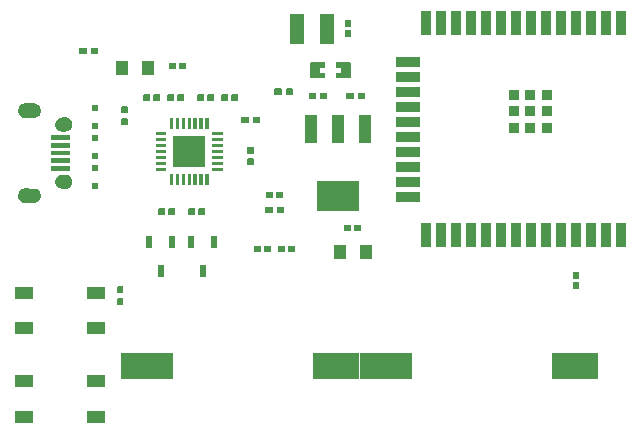
<source format=gtp>
G04 Layer: TopPasteMaskLayer*
G04 EasyEDA v6.5.22, 2023-04-13 23:23:34*
G04 8da0a1a92f474effb9e69289645bcd93,716f0268f4a04d1f8e2d1e8369cd39e0,10*
G04 Gerber Generator version 0.2*
G04 Scale: 100 percent, Rotated: No, Reflected: No *
G04 Dimensions in inches *
G04 leading zeros omitted , absolute positions ,3 integer and 6 decimal *
%FSLAX36Y36*%
%MOIN*%

%AMMACRO1*21,1,$1,$2,0,0,$3*%
%ADD10O,0.074803X0.047244*%
%ADD11R,0.0236X0.0236*%
%ADD12R,0.0394X0.0492*%
%ADD13R,0.0236X0.0421*%
%ADD14R,0.0591X0.0394*%
%ADD15R,0.0472X0.1024*%
%ADD16R,0.0386X0.0972*%
%ADD17MACRO1,0.1417X0.0972X0.0000*%
%ADD18R,0.0374X0.0827*%
%ADD19R,0.0827X0.0374*%
%ADD20R,0.0354X0.0354*%
%ADD21R,0.1575X0.0906*%
%ADD22R,0.1732X0.0906*%
%ADD23R,0.0117X0.0906*%

%LPD*%
G36*
X2895940Y618180D02*
G01*
X2894360Y616600D01*
X2894360Y596880D01*
X2895940Y595320D01*
X2914060Y595320D01*
X2915640Y596880D01*
X2915640Y616600D01*
X2914060Y618180D01*
G37*
G36*
X2895940Y584680D02*
G01*
X2894360Y583120D01*
X2894360Y563400D01*
X2895940Y561820D01*
X2914060Y561820D01*
X2915640Y563400D01*
X2915640Y583120D01*
X2914060Y584680D01*
G37*
G36*
X1195120Y943340D02*
G01*
X1186860Y942560D01*
X1184480Y941760D01*
X1182280Y940600D01*
X1180280Y939100D01*
X1179360Y938220D01*
X1175040Y934680D01*
X1171900Y929560D01*
X1169140Y918940D01*
X1171900Y909100D01*
X1177000Y901220D01*
X1179240Y899720D01*
X1181660Y898540D01*
X1182920Y898080D01*
X1192760Y895699D01*
X1202600Y895699D01*
X1207720Y896500D01*
X1214440Y899940D01*
X1216720Y901540D01*
X1218780Y903420D01*
X1220560Y905540D01*
X1222080Y907880D01*
X1222720Y909120D01*
X1223740Y911720D01*
X1224140Y913060D01*
X1224640Y915780D01*
X1224600Y923060D01*
X1224260Y925759D01*
X1223580Y928379D01*
X1222580Y930920D01*
X1221280Y933300D01*
X1219680Y935500D01*
X1217820Y937480D01*
X1215720Y939220D01*
X1213420Y940660D01*
X1210960Y941820D01*
X1208380Y942660D01*
X1205700Y943180D01*
X1203000Y943340D01*
G37*
G36*
X1195120Y1134280D02*
G01*
X1186840Y1133500D01*
X1184480Y1132700D01*
X1183360Y1132160D01*
X1181240Y1130820D01*
X1179360Y1129160D01*
X1175040Y1125620D01*
X1171880Y1120500D01*
X1169140Y1109880D01*
X1171880Y1100040D01*
X1177000Y1092160D01*
X1179240Y1090660D01*
X1181660Y1089480D01*
X1182920Y1089000D01*
X1192760Y1086640D01*
X1202600Y1086640D01*
X1207720Y1087440D01*
X1213220Y1090180D01*
X1215600Y1091640D01*
X1217780Y1093380D01*
X1219700Y1095400D01*
X1221360Y1097640D01*
X1222080Y1098820D01*
X1223260Y1101340D01*
X1223740Y1102640D01*
X1224420Y1105340D01*
X1224640Y1106720D01*
X1224600Y1113980D01*
X1224480Y1115340D01*
X1223960Y1118020D01*
X1223120Y1120600D01*
X1221960Y1123060D01*
X1221280Y1124240D01*
X1219680Y1126440D01*
X1217820Y1128420D01*
X1215720Y1130140D01*
X1214600Y1130920D01*
X1212220Y1132220D01*
X1209680Y1133220D01*
X1207040Y1133900D01*
X1204360Y1134240D01*
G37*
G36*
X1065600Y896900D02*
G01*
X1062980Y896720D01*
X1060400Y896200D01*
X1057900Y895360D01*
X1055560Y894200D01*
X1053360Y892740D01*
X1051400Y891000D01*
X1049660Y889040D01*
X1048199Y886860D01*
X1047039Y884500D01*
X1046200Y882000D01*
X1045680Y879440D01*
X1045520Y876820D01*
X1045560Y868439D01*
X1045879Y865879D01*
X1046520Y863400D01*
X1046940Y862180D01*
X1048040Y859860D01*
X1049420Y857700D01*
X1051060Y855699D01*
X1052940Y853960D01*
X1055020Y852440D01*
X1057260Y851200D01*
X1058440Y850680D01*
X1060900Y849900D01*
X1063420Y849419D01*
X1065980Y849260D01*
X1066180Y849599D01*
X1099060Y849640D01*
X1101720Y849820D01*
X1103040Y850020D01*
X1105620Y850680D01*
X1108100Y851660D01*
X1110440Y852960D01*
X1111560Y853700D01*
X1113600Y855400D01*
X1115440Y857360D01*
X1116260Y858400D01*
X1117680Y860660D01*
X1118820Y863080D01*
X1119280Y864340D01*
X1119940Y866919D01*
X1120280Y869580D01*
X1120320Y875639D01*
X1120140Y878300D01*
X1119940Y879620D01*
X1119280Y882200D01*
X1118300Y884680D01*
X1117000Y887020D01*
X1115440Y889180D01*
X1113600Y891120D01*
X1112600Y892020D01*
X1110440Y893580D01*
X1108100Y894860D01*
X1106880Y895400D01*
X1104340Y896220D01*
X1103040Y896520D01*
X1100380Y896840D01*
G37*
G36*
X1065600Y1180340D02*
G01*
X1062960Y1180180D01*
X1060400Y1179660D01*
X1057900Y1178820D01*
X1055560Y1177660D01*
X1053360Y1176200D01*
X1051400Y1174460D01*
X1049660Y1172500D01*
X1048199Y1170300D01*
X1047039Y1167960D01*
X1046200Y1165460D01*
X1045680Y1162880D01*
X1045520Y1160260D01*
X1045560Y1151900D01*
X1045879Y1149340D01*
X1046520Y1146860D01*
X1046940Y1145640D01*
X1048040Y1143320D01*
X1049420Y1141140D01*
X1051060Y1139160D01*
X1052940Y1137400D01*
X1055020Y1135900D01*
X1057260Y1134660D01*
X1058440Y1134140D01*
X1060900Y1133360D01*
X1063420Y1132880D01*
X1065980Y1132720D01*
X1066180Y1133060D01*
X1099060Y1133100D01*
X1101720Y1133280D01*
X1103040Y1133480D01*
X1105620Y1134140D01*
X1108100Y1135120D01*
X1110440Y1136420D01*
X1112600Y1137980D01*
X1114560Y1139820D01*
X1116260Y1141860D01*
X1117680Y1144120D01*
X1118820Y1146540D01*
X1119280Y1147800D01*
X1119940Y1150380D01*
X1120280Y1153020D01*
X1120320Y1159080D01*
X1120140Y1161760D01*
X1119940Y1163080D01*
X1119280Y1165660D01*
X1118300Y1168140D01*
X1117000Y1170480D01*
X1115440Y1172640D01*
X1113600Y1174580D01*
X1111560Y1176280D01*
X1109300Y1177720D01*
X1106880Y1178860D01*
X1104340Y1179680D01*
X1103040Y1179980D01*
X1100380Y1180300D01*
G37*
G36*
X1156060Y971700D02*
G01*
X1156060Y955939D01*
X1219040Y955939D01*
X1219040Y971700D01*
G37*
G36*
X1155740Y997280D02*
G01*
X1155740Y981540D01*
X1218740Y981540D01*
X1218740Y997280D01*
G37*
G36*
X1155740Y1022860D02*
G01*
X1155740Y1007120D01*
X1218740Y1007120D01*
X1218740Y1022860D01*
G37*
G36*
X1155740Y1048460D02*
G01*
X1155740Y1032720D01*
X1218740Y1032720D01*
X1218740Y1048460D01*
G37*
G36*
X1155740Y1074060D02*
G01*
X1155740Y1058300D01*
X1218740Y1058300D01*
X1218740Y1074060D01*
G37*
G36*
X1376140Y570700D02*
G01*
X1374180Y568740D01*
X1374180Y549840D01*
X1376140Y547080D01*
X1393860Y547080D01*
X1395820Y549840D01*
X1395820Y568740D01*
X1393860Y570700D01*
G37*
G36*
X1376140Y532920D02*
G01*
X1374180Y530160D01*
X1374180Y511260D01*
X1376140Y509300D01*
X1393860Y509300D01*
X1395820Y511260D01*
X1395820Y530160D01*
X1393860Y532920D01*
G37*
G36*
X1871260Y835819D02*
G01*
X1869300Y833860D01*
X1869300Y816140D01*
X1871260Y814180D01*
X1890160Y814180D01*
X1892920Y816140D01*
X1892920Y833860D01*
X1890160Y835819D01*
G37*
G36*
X1909840Y835819D02*
G01*
X1907080Y833860D01*
X1907080Y816140D01*
X1909840Y814180D01*
X1928740Y814180D01*
X1930700Y816140D01*
X1930700Y833860D01*
X1928740Y835819D01*
G37*
G36*
X1811140Y997920D02*
G01*
X1809180Y995160D01*
X1809180Y976260D01*
X1811140Y974300D01*
X1828860Y974300D01*
X1830820Y976260D01*
X1830820Y995160D01*
X1828860Y997920D01*
G37*
G36*
X1811140Y1035699D02*
G01*
X1809180Y1033740D01*
X1809180Y1014840D01*
X1811140Y1012080D01*
X1828860Y1012080D01*
X1830820Y1014840D01*
X1830820Y1033740D01*
X1828860Y1035699D01*
G37*
G36*
X1829840Y1135820D02*
G01*
X1827080Y1133860D01*
X1827080Y1116140D01*
X1829840Y1114180D01*
X1848740Y1114180D01*
X1850700Y1116140D01*
X1850700Y1133860D01*
X1848740Y1135820D01*
G37*
G36*
X1791260Y1135820D02*
G01*
X1789300Y1133860D01*
X1789300Y1116140D01*
X1791260Y1114180D01*
X1810160Y1114180D01*
X1812920Y1116140D01*
X1812920Y1133860D01*
X1810160Y1135820D01*
G37*
G36*
X2141260Y1215820D02*
G01*
X2139300Y1213860D01*
X2139300Y1196140D01*
X2141260Y1194180D01*
X2160160Y1194180D01*
X2162920Y1196140D01*
X2162920Y1213860D01*
X2160160Y1215820D01*
G37*
G36*
X2179840Y1215820D02*
G01*
X2177080Y1213860D01*
X2177080Y1196140D01*
X2179840Y1194180D01*
X2198740Y1194180D01*
X2200700Y1196140D01*
X2200700Y1213860D01*
X2198740Y1215820D01*
G37*
G36*
X1901260Y1230820D02*
G01*
X1899300Y1228860D01*
X1899300Y1211140D01*
X1901260Y1209180D01*
X1920160Y1209180D01*
X1922920Y1211140D01*
X1922920Y1228860D01*
X1920160Y1230820D01*
G37*
G36*
X1939840Y1230820D02*
G01*
X1937080Y1228860D01*
X1937080Y1211140D01*
X1939840Y1209180D01*
X1958740Y1209180D01*
X1960700Y1211140D01*
X1960700Y1228860D01*
X1958740Y1230820D01*
G37*
G36*
X2054840Y1215820D02*
G01*
X2052080Y1213860D01*
X2052080Y1196140D01*
X2054840Y1194180D01*
X2073740Y1194180D01*
X2075700Y1196140D01*
X2075700Y1213860D01*
X2073740Y1215820D01*
G37*
G36*
X2016260Y1215820D02*
G01*
X2014300Y1213860D01*
X2014300Y1196140D01*
X2016260Y1194180D01*
X2035160Y1194180D01*
X2037920Y1196140D01*
X2037920Y1213860D01*
X2035160Y1215820D01*
G37*
G36*
X1251260Y1365820D02*
G01*
X1249300Y1363860D01*
X1249300Y1346140D01*
X1251260Y1344180D01*
X1270160Y1344180D01*
X1272920Y1346140D01*
X1272920Y1363860D01*
X1270160Y1365820D01*
G37*
G36*
X1289840Y1365820D02*
G01*
X1287080Y1363860D01*
X1287080Y1346140D01*
X1289840Y1344180D01*
X1308740Y1344180D01*
X1310700Y1346140D01*
X1310700Y1363860D01*
X1308740Y1365820D01*
G37*
G36*
X2021020Y1317960D02*
G01*
X2019060Y1315980D01*
X2019060Y1265600D01*
X2021020Y1263620D01*
X2066300Y1263620D01*
X2068260Y1265600D01*
X2068080Y1282120D01*
X2050740Y1282120D01*
X2050740Y1299840D01*
X2068460Y1299840D01*
X2068260Y1315980D01*
X2066300Y1317960D01*
G37*
G36*
X2105660Y1317960D02*
G01*
X2103700Y1315980D01*
X2103900Y1299840D01*
X2121220Y1299840D01*
X2121220Y1282120D01*
X2103700Y1282120D01*
X2103700Y1265600D01*
X2105660Y1263620D01*
X2150940Y1263620D01*
X2152920Y1265600D01*
X2152920Y1315980D01*
X2150940Y1317960D01*
G37*
G36*
X2135940Y1424680D02*
G01*
X2134360Y1423120D01*
X2134360Y1403400D01*
X2135940Y1401819D01*
X2154060Y1401819D01*
X2155640Y1403400D01*
X2155640Y1423120D01*
X2154060Y1424680D01*
G37*
G36*
X2135940Y1458180D02*
G01*
X2134360Y1456600D01*
X2134360Y1436879D01*
X2135940Y1435320D01*
X2154060Y1435320D01*
X2155640Y1436879D01*
X2155640Y1456600D01*
X2154060Y1458180D01*
G37*
G36*
X1873400Y885639D02*
G01*
X1871819Y884060D01*
X1871819Y865939D01*
X1873400Y864360D01*
X1893100Y864360D01*
X1894680Y865939D01*
X1894680Y884060D01*
X1893100Y885639D01*
G37*
G36*
X1906900Y885639D02*
G01*
X1905320Y884060D01*
X1905320Y865939D01*
X1906900Y864360D01*
X1926600Y864360D01*
X1928180Y865939D01*
X1928180Y884060D01*
X1926600Y885639D01*
G37*
G36*
X1581900Y1315640D02*
G01*
X1580320Y1314060D01*
X1580320Y1295940D01*
X1581900Y1294360D01*
X1601600Y1294360D01*
X1603180Y1295940D01*
X1603180Y1314060D01*
X1601600Y1315640D01*
G37*
G36*
X1548400Y1315640D02*
G01*
X1546819Y1314060D01*
X1546819Y1295940D01*
X1548400Y1294360D01*
X1568100Y1294360D01*
X1569680Y1295940D01*
X1569680Y1314060D01*
X1568100Y1315640D01*
G37*
G36*
X2166900Y775639D02*
G01*
X2165320Y774060D01*
X2165320Y755939D01*
X2166900Y754360D01*
X2186600Y754360D01*
X2188180Y755939D01*
X2188180Y774060D01*
X2186600Y775639D01*
G37*
G36*
X2133400Y775639D02*
G01*
X2131820Y774060D01*
X2131820Y755939D01*
X2133400Y754360D01*
X2153100Y754360D01*
X2154680Y755939D01*
X2154680Y774060D01*
X2153100Y775639D01*
G37*
G36*
X1543400Y1210640D02*
G01*
X1541819Y1209060D01*
X1541819Y1190940D01*
X1543400Y1189360D01*
X1563100Y1189360D01*
X1564680Y1190940D01*
X1564680Y1209060D01*
X1563100Y1210640D01*
G37*
G36*
X1576900Y1210640D02*
G01*
X1575320Y1209060D01*
X1575320Y1190940D01*
X1576900Y1189360D01*
X1596600Y1189360D01*
X1598180Y1190940D01*
X1598180Y1209060D01*
X1596600Y1210640D01*
G37*
G36*
X1643400Y1210640D02*
G01*
X1641819Y1209060D01*
X1641819Y1190940D01*
X1643400Y1189360D01*
X1663100Y1189360D01*
X1664680Y1190940D01*
X1664680Y1209060D01*
X1663100Y1210640D01*
G37*
G36*
X1676900Y1210640D02*
G01*
X1675320Y1209060D01*
X1675320Y1190940D01*
X1676900Y1189360D01*
X1696600Y1189360D01*
X1698180Y1190940D01*
X1698180Y1209060D01*
X1696600Y1210640D01*
G37*
G36*
X1463400Y1210640D02*
G01*
X1461819Y1209060D01*
X1461819Y1190940D01*
X1463400Y1189360D01*
X1483100Y1189360D01*
X1484680Y1190940D01*
X1484680Y1209060D01*
X1483100Y1210640D01*
G37*
G36*
X1496900Y1210640D02*
G01*
X1495320Y1209060D01*
X1495320Y1190940D01*
X1496900Y1189360D01*
X1516600Y1189360D01*
X1518180Y1190940D01*
X1518180Y1209060D01*
X1516600Y1210640D01*
G37*
G36*
X1723400Y1210640D02*
G01*
X1721819Y1209060D01*
X1721819Y1190940D01*
X1723400Y1189360D01*
X1743100Y1189360D01*
X1744680Y1190940D01*
X1744680Y1209060D01*
X1743100Y1210640D01*
G37*
G36*
X1756900Y1210640D02*
G01*
X1755320Y1209060D01*
X1755320Y1190940D01*
X1756900Y1189360D01*
X1776600Y1189360D01*
X1778180Y1190940D01*
X1778180Y1209060D01*
X1776600Y1210640D01*
G37*
G36*
X1833400Y705639D02*
G01*
X1831819Y704060D01*
X1831819Y685939D01*
X1833400Y684360D01*
X1853100Y684360D01*
X1854680Y685939D01*
X1854680Y704060D01*
X1853100Y705639D01*
G37*
G36*
X1866900Y705639D02*
G01*
X1865320Y704060D01*
X1865320Y685939D01*
X1866900Y684360D01*
X1886600Y684360D01*
X1888180Y685939D01*
X1888180Y704060D01*
X1886600Y705639D01*
G37*
G36*
X1913400Y705639D02*
G01*
X1911819Y704060D01*
X1911819Y685939D01*
X1913400Y684360D01*
X1933100Y684360D01*
X1934680Y685939D01*
X1934680Y704060D01*
X1933100Y705639D01*
G37*
G36*
X1946900Y705639D02*
G01*
X1945320Y704060D01*
X1945320Y685939D01*
X1946900Y684360D01*
X1966600Y684360D01*
X1968180Y685939D01*
X1968180Y704060D01*
X1966600Y705639D01*
G37*
G36*
X1613400Y830639D02*
G01*
X1611819Y829060D01*
X1611819Y810939D01*
X1613400Y809360D01*
X1633100Y809360D01*
X1634680Y810939D01*
X1634680Y829060D01*
X1633100Y830639D01*
G37*
G36*
X1646900Y830639D02*
G01*
X1645320Y829060D01*
X1645320Y810939D01*
X1646900Y809360D01*
X1666600Y809360D01*
X1668180Y810939D01*
X1668180Y829060D01*
X1666600Y830639D01*
G37*
G36*
X1513400Y830639D02*
G01*
X1511819Y829060D01*
X1511819Y810939D01*
X1513400Y809360D01*
X1533100Y809360D01*
X1534680Y810939D01*
X1534680Y829060D01*
X1533100Y830639D01*
G37*
G36*
X1546900Y830639D02*
G01*
X1545320Y829060D01*
X1545320Y810939D01*
X1546900Y809360D01*
X1566600Y809360D01*
X1568180Y810939D01*
X1568180Y829060D01*
X1566600Y830639D01*
G37*
G36*
X1561860Y1073160D02*
G01*
X1561860Y966860D01*
X1668140Y966860D01*
X1668140Y1073160D01*
G37*
G36*
X1668540Y944220D02*
G01*
X1668540Y908580D01*
X1679560Y908580D01*
X1679560Y944220D01*
G37*
G36*
X1648860Y944220D02*
G01*
X1648860Y908580D01*
X1659880Y908580D01*
X1659880Y944220D01*
G37*
G36*
X1629160Y944220D02*
G01*
X1629160Y908580D01*
X1640200Y908580D01*
X1640200Y944220D01*
G37*
G36*
X1609480Y944220D02*
G01*
X1609480Y908580D01*
X1620520Y908580D01*
X1620520Y944220D01*
G37*
G36*
X1589800Y944220D02*
G01*
X1589800Y908580D01*
X1600820Y908580D01*
X1600820Y944220D01*
G37*
G36*
X1570120Y944220D02*
G01*
X1570120Y908580D01*
X1581140Y908580D01*
X1581140Y944220D01*
G37*
G36*
X1550420Y944220D02*
G01*
X1550420Y908580D01*
X1561459Y908580D01*
X1561459Y944220D01*
G37*
G36*
X1503580Y966460D02*
G01*
X1503580Y955440D01*
X1539220Y955440D01*
X1539220Y966460D01*
G37*
G36*
X1503580Y986140D02*
G01*
X1503580Y975120D01*
X1539220Y975120D01*
X1539220Y986140D01*
G37*
G36*
X1503580Y1005840D02*
G01*
X1503580Y994800D01*
X1539220Y994800D01*
X1539220Y1005840D01*
G37*
G36*
X1503580Y1025520D02*
G01*
X1503580Y1014479D01*
X1539220Y1014479D01*
X1539220Y1025520D01*
G37*
G36*
X1503580Y1045200D02*
G01*
X1503580Y1034180D01*
X1539220Y1034180D01*
X1539220Y1045200D01*
G37*
G36*
X1503580Y1064880D02*
G01*
X1503580Y1053860D01*
X1539220Y1053860D01*
X1539220Y1064880D01*
G37*
G36*
X1503580Y1084580D02*
G01*
X1503580Y1073540D01*
X1539220Y1073540D01*
X1539220Y1084580D01*
G37*
G36*
X1550420Y1131420D02*
G01*
X1550420Y1095780D01*
X1561459Y1095780D01*
X1561459Y1131420D01*
G37*
G36*
X1570120Y1131420D02*
G01*
X1570120Y1095780D01*
X1581140Y1095780D01*
X1581140Y1131420D01*
G37*
G36*
X1589800Y1131420D02*
G01*
X1589800Y1095780D01*
X1600820Y1095780D01*
X1600820Y1131420D01*
G37*
G36*
X1609480Y1131420D02*
G01*
X1609480Y1095780D01*
X1620520Y1095780D01*
X1620520Y1131420D01*
G37*
G36*
X1629160Y1131420D02*
G01*
X1629160Y1095780D01*
X1640200Y1095780D01*
X1640200Y1131420D01*
G37*
G36*
X1648860Y1131420D02*
G01*
X1648860Y1095780D01*
X1659880Y1095780D01*
X1659880Y1131420D01*
G37*
G36*
X1668540Y1131420D02*
G01*
X1668540Y1095780D01*
X1679560Y1095780D01*
X1679560Y1131420D01*
G37*
G36*
X1690780Y1084580D02*
G01*
X1690780Y1073540D01*
X1726420Y1073540D01*
X1726420Y1084580D01*
G37*
G36*
X1690780Y1064880D02*
G01*
X1690780Y1053860D01*
X1726420Y1053860D01*
X1726420Y1064880D01*
G37*
G36*
X1690780Y1045200D02*
G01*
X1690780Y1034180D01*
X1726420Y1034180D01*
X1726420Y1045200D01*
G37*
G36*
X1690780Y1025520D02*
G01*
X1690780Y1014479D01*
X1726420Y1014479D01*
X1726420Y1025520D01*
G37*
G36*
X1690780Y1005840D02*
G01*
X1690780Y994800D01*
X1726420Y994800D01*
X1726420Y1005840D01*
G37*
G36*
X1690780Y986140D02*
G01*
X1690780Y975120D01*
X1726420Y975120D01*
X1726420Y986140D01*
G37*
G36*
X1690780Y966460D02*
G01*
X1690780Y955440D01*
X1726420Y955440D01*
X1726420Y966460D01*
G37*
G36*
X1391140Y1170700D02*
G01*
X1389180Y1168740D01*
X1389180Y1149840D01*
X1391140Y1147080D01*
X1408860Y1147080D01*
X1410820Y1149840D01*
X1410820Y1168740D01*
X1408860Y1170700D01*
G37*
G36*
X1391140Y1132920D02*
G01*
X1389180Y1130160D01*
X1389180Y1111260D01*
X1391140Y1109300D01*
X1408860Y1109300D01*
X1410820Y1111260D01*
X1410820Y1130160D01*
X1408860Y1132920D01*
G37*
D10*
G01*
X1082920Y1156729D03*
D11*
G01*
X1300000Y964529D03*
G01*
X1300000Y905470D03*
G01*
X1300000Y1064529D03*
G01*
X1300000Y1005470D03*
G01*
X1300000Y1105470D03*
G01*
X1300000Y1164529D03*
D12*
G01*
X1478310Y1300000D03*
G01*
X1391689Y1300000D03*
G01*
X2116689Y685000D03*
G01*
X2203310Y685000D03*
D13*
G01*
X1557399Y718620D03*
G01*
X1482600Y718620D03*
G01*
X1520000Y621379D03*
G01*
X1697399Y718620D03*
G01*
X1622600Y718620D03*
G01*
X1660000Y621379D03*
D14*
G01*
X1305079Y135940D03*
G01*
X1064920Y135940D03*
G01*
X1305079Y254050D03*
G01*
X1064920Y254050D03*
D15*
G01*
X1975000Y1430000D03*
G01*
X2075000Y1430000D03*
D16*
G01*
X2200550Y1096610D03*
G01*
X2110000Y1096610D03*
G01*
X2019449Y1096610D03*
D17*
G01*
X2110000Y873386D03*
D18*
G01*
X3054430Y1449330D03*
G01*
X3004430Y1449330D03*
G01*
X2954430Y1449330D03*
G01*
X2904430Y1449330D03*
G01*
X2854430Y1449330D03*
G01*
X2804430Y1449330D03*
G01*
X2754430Y1449330D03*
G01*
X2704430Y1449330D03*
G01*
X2654430Y1449330D03*
G01*
X2604430Y1449330D03*
G01*
X2554430Y1449330D03*
G01*
X2504430Y1449330D03*
G01*
X2454430Y1449330D03*
G01*
X2404430Y1449330D03*
D19*
G01*
X2345569Y1319989D03*
G01*
X2345569Y1269989D03*
G01*
X2345569Y1219989D03*
G01*
X2345569Y1169989D03*
G01*
X2345569Y1119989D03*
G01*
X2345569Y1069989D03*
G01*
X2345569Y1019989D03*
G01*
X2345569Y969989D03*
G01*
X2345569Y919989D03*
G01*
X2345569Y869989D03*
D18*
G01*
X2404430Y740670D03*
G01*
X2454430Y740670D03*
G01*
X2504430Y740670D03*
G01*
X2554430Y740670D03*
G01*
X2604430Y740670D03*
G01*
X2654430Y740670D03*
G01*
X2704430Y740670D03*
G01*
X2754430Y740670D03*
G01*
X2804430Y740670D03*
G01*
X2854430Y740670D03*
G01*
X2904430Y740670D03*
G01*
X2954430Y740670D03*
G01*
X3004430Y740670D03*
G01*
X3054430Y740670D03*
D20*
G01*
X2752030Y1154059D03*
G01*
X2752030Y1209169D03*
G01*
X2752030Y1098939D03*
G01*
X2807150Y1098939D03*
G01*
X2807150Y1154050D03*
G01*
X2807150Y1209169D03*
G01*
X2696909Y1209169D03*
G01*
X2696909Y1154050D03*
G01*
X2696909Y1098939D03*
D21*
G01*
X2104960Y305000D03*
D22*
G01*
X1475039Y305000D03*
D21*
G01*
X2899960Y305000D03*
D22*
G01*
X2270039Y305000D03*
D14*
G01*
X1305069Y430990D03*
G01*
X1064920Y430990D03*
G01*
X1305069Y549099D03*
G01*
X1064920Y549099D03*
M02*

</source>
